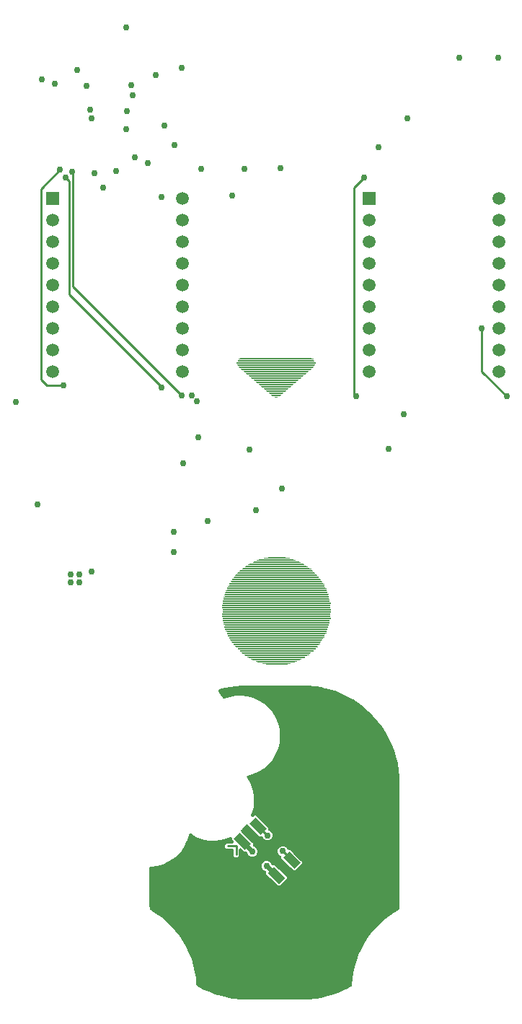
<source format=gbr>
G04 EAGLE Gerber X2 export*
%TF.Part,Single*%
%TF.FileFunction,Copper,L1,Top,Mixed*%
%TF.FilePolarity,Positive*%
%TF.GenerationSoftware,Autodesk,EAGLE,9.1.3*%
%TF.CreationDate,2018-09-17T05:52:35Z*%
G75*
%MOMM*%
%FSLAX34Y34*%
%LPD*%
%AMOC8*
5,1,8,0,0,1.08239X$1,22.5*%
G01*
%ADD10R,1.607819X0.084838*%
%ADD11R,2.623819X0.084581*%
%ADD12R,3.302000X0.084581*%
%ADD13R,3.893819X0.084838*%
%ADD14R,4.401819X0.084581*%
%ADD15R,4.826000X0.084581*%
%ADD16R,5.163819X0.084838*%
%ADD17R,5.588000X0.084581*%
%ADD18R,5.925819X0.084581*%
%ADD19R,6.179819X0.084838*%
%ADD20R,6.520181X0.084581*%
%ADD21R,6.774181X0.084581*%
%ADD22R,7.028181X0.084838*%
%ADD23R,7.282181X0.084581*%
%ADD24R,7.536181X0.084581*%
%ADD25R,7.703819X0.084838*%
%ADD26R,7.957819X0.084581*%
%ADD27R,8.128000X0.084581*%
%ADD28R,8.382000X0.084838*%
%ADD29R,8.552181X0.084581*%
%ADD30R,8.719819X0.084581*%
%ADD31R,8.890000X0.084838*%
%ADD32R,9.060181X0.084581*%
%ADD33R,9.227819X0.084581*%
%ADD34R,9.398000X0.084838*%
%ADD35R,9.568181X0.084581*%
%ADD36R,9.652000X0.084581*%
%ADD37R,9.822181X0.084838*%
%ADD38R,9.989819X0.084581*%
%ADD39R,10.076181X0.084581*%
%ADD40R,10.243819X0.084838*%
%ADD41R,10.330181X0.084581*%
%ADD42R,10.497819X0.084581*%
%ADD43R,10.584181X0.084838*%
%ADD44R,10.668000X0.084581*%
%ADD45R,10.838181X0.084581*%
%ADD46R,10.922000X0.084838*%
%ADD47R,11.005819X0.084581*%
%ADD48R,11.092181X0.084581*%
%ADD49R,11.176000X0.084838*%
%ADD50R,11.346181X0.084581*%
%ADD51R,11.513819X0.084838*%
%ADD52R,11.513819X0.084581*%
%ADD53R,11.600181X0.084581*%
%ADD54R,11.684000X0.084838*%
%ADD55R,11.767819X0.084581*%
%ADD56R,11.854181X0.084581*%
%ADD57R,11.938000X0.084838*%
%ADD58R,12.021819X0.084581*%
%ADD59R,12.108181X0.084838*%
%ADD60R,12.192000X0.084581*%
%ADD61R,12.275819X0.084838*%
%ADD62R,12.275819X0.084581*%
%ADD63R,12.362181X0.084581*%
%ADD64R,12.362181X0.084838*%
%ADD65R,12.446000X0.084581*%
%ADD66R,12.529819X0.084838*%
%ADD67R,12.529819X0.084581*%
%ADD68R,12.616181X0.084838*%
%ADD69R,12.616181X0.084581*%
%ADD70R,12.700000X0.084838*%
%ADD71R,12.700000X0.084581*%
%ADD72R,12.783819X0.084838*%
%ADD73R,12.783819X0.084581*%
%ADD74R,12.192000X0.084838*%
%ADD75R,12.108181X0.084581*%
%ADD76R,12.021819X0.084838*%
%ADD77R,11.938000X0.084581*%
%ADD78R,11.854181X0.084838*%
%ADD79R,11.430000X0.084838*%
%ADD80R,11.259819X0.084581*%
%ADD81R,10.838181X0.084838*%
%ADD82R,10.751819X0.084581*%
%ADD83R,10.497819X0.084838*%
%ADD84R,10.414000X0.084581*%
%ADD85R,10.160000X0.084838*%
%ADD86R,9.906000X0.084581*%
%ADD87R,9.735819X0.084838*%
%ADD88R,9.481819X0.084581*%
%ADD89R,9.314181X0.084838*%
%ADD90R,9.144000X0.084581*%
%ADD91R,8.973819X0.084581*%
%ADD92R,8.806181X0.084838*%
%ADD93R,8.636000X0.084581*%
%ADD94R,8.465819X0.084581*%
%ADD95R,8.298181X0.084838*%
%ADD96R,8.044181X0.084581*%
%ADD97R,7.790181X0.084581*%
%ADD98R,7.620000X0.084838*%
%ADD99R,7.366000X0.084581*%
%ADD100R,7.112000X0.084581*%
%ADD101R,6.858000X0.084838*%
%ADD102R,6.604000X0.084581*%
%ADD103R,6.350000X0.084581*%
%ADD104R,6.012181X0.084838*%
%ADD105R,5.671819X0.084581*%
%ADD106R,5.334000X0.084581*%
%ADD107R,4.996181X0.084838*%
%ADD108R,4.572000X0.084581*%
%ADD109R,4.064000X0.084581*%
%ADD110R,3.556000X0.084838*%
%ADD111R,2.964181X0.084581*%
%ADD112R,2.115819X0.084581*%
%ADD113R,0.678181X0.084838*%
%ADD114R,0.421637X0.084581*%
%ADD115R,1.016000X0.084581*%
%ADD116R,1.186181X0.084581*%
%ADD117R,1.353819X0.084838*%
%ADD118R,1.524000X0.084581*%
%ADD119R,1.694181X0.084581*%
%ADD120R,1.861819X0.084838*%
%ADD121R,2.202181X0.084581*%
%ADD122R,2.369819X0.084581*%
%ADD123R,2.540000X0.084838*%
%ADD124R,2.710181X0.084581*%
%ADD125R,2.877819X0.084581*%
%ADD126R,3.048000X0.084838*%
%ADD127R,3.385819X0.084581*%
%ADD128R,3.556000X0.084581*%
%ADD129R,3.726181X0.084838*%
%ADD130R,3.893819X0.084581*%
%ADD131R,4.318000X0.084838*%
%ADD132R,4.742181X0.084581*%
%ADD133R,4.909819X0.084838*%
%ADD134R,5.080000X0.084581*%
%ADD135R,5.250181X0.084581*%
%ADD136R,5.588000X0.084838*%
%ADD137R,5.758181X0.084581*%
%ADD138R,6.096000X0.084838*%
%ADD139R,6.266181X0.084581*%
%ADD140R,6.433819X0.084581*%
%ADD141R,6.774181X0.084838*%
%ADD142R,6.941819X0.084581*%
%ADD143R,7.282181X0.084838*%
%ADD144R,7.449819X0.084581*%
%ADD145R,7.620000X0.084581*%
%ADD146R,7.957819X0.084838*%
%ADD147R,8.298181X0.084581*%
%ADD148R,8.465819X0.084838*%
%ADD149R,8.806181X0.084581*%
%ADD150R,8.973819X0.084838*%
%ADD151R,9.057638X0.084581*%
%ADD152R,9.144000X0.084838*%
%ADD153R,9.230363X0.084581*%
%ADD154R,9.057638X0.084838*%
%ADD155R,8.890000X0.084581*%
%ADD156R,8.722363X0.084581*%
%ADD157R,8.382000X0.084581*%
%ADD158R,1.508000X1.508000*%
%ADD159C,1.508000*%
%ADD160R,1.850000X1.000000*%
%ADD161C,0.756400*%
%ADD162C,0.508000*%
%ADD163C,0.254000*%

G36*
X410155Y36399D02*
X410155Y36399D01*
X410191Y36397D01*
X417650Y36643D01*
X417689Y36648D01*
X417765Y36650D01*
X425193Y37389D01*
X425232Y37397D01*
X425308Y37405D01*
X432667Y38637D01*
X432705Y38647D01*
X432781Y38660D01*
X440044Y40383D01*
X440082Y40396D01*
X440157Y40413D01*
X447284Y42618D01*
X447321Y42634D01*
X447395Y42656D01*
X454363Y45333D01*
X454398Y45351D01*
X454470Y45379D01*
X461243Y48513D01*
X461277Y48534D01*
X461346Y48565D01*
X467895Y52142D01*
X468044Y52245D01*
X468194Y52348D01*
X468198Y52352D01*
X468202Y52355D01*
X468325Y52487D01*
X468450Y52620D01*
X468453Y52624D01*
X468456Y52628D01*
X468548Y52783D01*
X468642Y52940D01*
X468644Y52944D01*
X468646Y52949D01*
X468703Y53119D01*
X468762Y53293D01*
X468763Y53299D01*
X468764Y53303D01*
X468766Y53319D01*
X468799Y53540D01*
X469360Y60808D01*
X470405Y67964D01*
X471937Y75032D01*
X473949Y81975D01*
X476433Y88765D01*
X479375Y95367D01*
X482760Y101753D01*
X486573Y107895D01*
X490797Y113767D01*
X495407Y119339D01*
X500384Y124588D01*
X505703Y129487D01*
X511339Y134015D01*
X517269Y138152D01*
X523517Y141907D01*
X523657Y142012D01*
X523798Y142117D01*
X523806Y142125D01*
X523815Y142132D01*
X523928Y142264D01*
X524045Y142397D01*
X524050Y142407D01*
X524057Y142415D01*
X524141Y142570D01*
X524226Y142723D01*
X524229Y142734D01*
X524234Y142744D01*
X524283Y142912D01*
X524334Y143080D01*
X524335Y143094D01*
X524338Y143102D01*
X524340Y143132D01*
X524362Y143328D01*
X524684Y150869D01*
X524683Y150897D01*
X524686Y150944D01*
X524686Y290548D01*
X524684Y290570D01*
X524685Y290607D01*
X524428Y298306D01*
X524422Y298346D01*
X524420Y298423D01*
X523644Y306089D01*
X523636Y306128D01*
X523628Y306207D01*
X522332Y313805D01*
X522321Y313844D01*
X522308Y313922D01*
X520495Y321413D01*
X520481Y321451D01*
X520463Y321529D01*
X518140Y328875D01*
X518124Y328912D01*
X518100Y328988D01*
X515277Y336160D01*
X515258Y336196D01*
X515229Y336270D01*
X511920Y343229D01*
X511899Y343264D01*
X511865Y343335D01*
X508087Y350051D01*
X508064Y350084D01*
X508025Y350153D01*
X503797Y356594D01*
X503772Y356625D01*
X503728Y356691D01*
X499071Y362828D01*
X499044Y362857D01*
X498996Y362920D01*
X493933Y368725D01*
X493903Y368753D01*
X493851Y368812D01*
X493388Y369275D01*
X488401Y374262D01*
X488370Y374287D01*
X488314Y374343D01*
X482508Y379408D01*
X482475Y379431D01*
X482416Y379483D01*
X476279Y384139D01*
X476244Y384160D01*
X476182Y384208D01*
X469740Y388436D01*
X469704Y388454D01*
X469638Y388498D01*
X462920Y392277D01*
X462883Y392293D01*
X462814Y392332D01*
X455853Y395641D01*
X455815Y395654D01*
X455743Y395688D01*
X448571Y398511D01*
X448532Y398522D01*
X448458Y398551D01*
X441110Y400874D01*
X441071Y400882D01*
X440995Y400906D01*
X433505Y402719D01*
X433465Y402724D01*
X433388Y402743D01*
X425792Y404038D01*
X425752Y404041D01*
X425674Y404054D01*
X418010Y404829D01*
X417970Y404829D01*
X417893Y404837D01*
X410192Y405095D01*
X410170Y405093D01*
X410133Y405096D01*
X345335Y405096D01*
X345316Y405094D01*
X345285Y405095D01*
X338770Y404909D01*
X338735Y404904D01*
X338670Y404903D01*
X332176Y404343D01*
X332141Y404337D01*
X332076Y404332D01*
X325627Y403399D01*
X325592Y403390D01*
X325528Y403382D01*
X319141Y402078D01*
X319107Y402068D01*
X319043Y402055D01*
X312744Y400387D01*
X312704Y400372D01*
X312662Y400363D01*
X312530Y400305D01*
X312395Y400254D01*
X312360Y400230D01*
X312321Y400213D01*
X312204Y400128D01*
X312083Y400049D01*
X312054Y400019D01*
X312019Y399994D01*
X311923Y399886D01*
X311822Y399783D01*
X311799Y399747D01*
X311771Y399715D01*
X311700Y399589D01*
X311623Y399467D01*
X311609Y399427D01*
X311588Y399390D01*
X311545Y399252D01*
X311496Y399116D01*
X311490Y399074D01*
X311477Y399033D01*
X311465Y398889D01*
X311446Y398746D01*
X311449Y398704D01*
X311446Y398662D01*
X311464Y398518D01*
X311476Y398375D01*
X311488Y398334D01*
X311494Y398291D01*
X311542Y398156D01*
X311584Y398017D01*
X311605Y397980D01*
X311619Y397940D01*
X311744Y397724D01*
X314216Y394057D01*
X316519Y390276D01*
X316586Y390189D01*
X316645Y390097D01*
X316699Y390042D01*
X316747Y389980D01*
X316830Y389909D01*
X316907Y389832D01*
X316972Y389789D01*
X317031Y389739D01*
X317128Y389688D01*
X317220Y389628D01*
X317292Y389601D01*
X317361Y389564D01*
X317467Y389534D01*
X317569Y389496D01*
X317646Y389484D01*
X317720Y389463D01*
X317830Y389457D01*
X317938Y389440D01*
X318015Y389446D01*
X318093Y389441D01*
X318201Y389458D01*
X318310Y389465D01*
X318415Y389491D01*
X318461Y389498D01*
X318493Y389510D01*
X318552Y389525D01*
X325288Y391726D01*
X332149Y392896D01*
X339103Y393048D01*
X346007Y392181D01*
X352710Y390316D01*
X359069Y387491D01*
X364946Y383765D01*
X370211Y379221D01*
X375055Y373560D01*
X378950Y367214D01*
X381796Y360336D01*
X383528Y353094D01*
X384109Y345667D01*
X383528Y338242D01*
X381796Y330998D01*
X378950Y324121D01*
X375055Y317776D01*
X370212Y312115D01*
X365053Y307671D01*
X359304Y304008D01*
X353093Y301208D01*
X346423Y299291D01*
X346288Y299236D01*
X346151Y299188D01*
X346116Y299166D01*
X346077Y299150D01*
X345957Y299068D01*
X345834Y298991D01*
X345804Y298963D01*
X345770Y298939D01*
X345670Y298833D01*
X345565Y298732D01*
X345542Y298698D01*
X345514Y298667D01*
X345439Y298543D01*
X345358Y298422D01*
X345343Y298383D01*
X345322Y298348D01*
X345275Y298210D01*
X345222Y298075D01*
X345215Y298034D01*
X345202Y297994D01*
X345185Y297850D01*
X345162Y297706D01*
X345164Y297665D01*
X345160Y297624D01*
X345174Y297479D01*
X345182Y297334D01*
X345193Y297294D01*
X345197Y297252D01*
X345242Y297114D01*
X345281Y296974D01*
X345304Y296926D01*
X345313Y296898D01*
X345337Y296857D01*
X345389Y296749D01*
X349054Y290320D01*
X351644Y283534D01*
X353164Y276432D01*
X353582Y269178D01*
X352890Y261946D01*
X351105Y254902D01*
X350279Y252956D01*
X350268Y252918D01*
X350250Y252884D01*
X350214Y252740D01*
X350171Y252599D01*
X350167Y252560D01*
X350158Y252522D01*
X350153Y252374D01*
X350141Y252227D01*
X350146Y252188D01*
X350144Y252149D01*
X350171Y252004D01*
X350190Y251857D01*
X350204Y251820D01*
X350211Y251782D01*
X350267Y251646D01*
X350318Y251506D01*
X350339Y251473D01*
X350354Y251437D01*
X350438Y251316D01*
X350517Y251190D01*
X350544Y251163D01*
X350566Y251131D01*
X350674Y251030D01*
X350778Y250924D01*
X350811Y250903D01*
X350839Y250876D01*
X350967Y250801D01*
X351090Y250720D01*
X351127Y250706D01*
X351160Y250686D01*
X351301Y250639D01*
X351439Y250586D01*
X351477Y250580D01*
X351514Y250568D01*
X351661Y250552D01*
X351808Y250530D01*
X351846Y250532D01*
X351885Y250528D01*
X352033Y250544D01*
X352180Y250553D01*
X352218Y250564D01*
X352256Y250568D01*
X352397Y250615D01*
X352539Y250655D01*
X352573Y250673D01*
X352610Y250686D01*
X352738Y250761D01*
X352868Y250831D01*
X352898Y250856D01*
X352931Y250876D01*
X353120Y251039D01*
X354193Y252113D01*
X355877Y252113D01*
X356386Y251604D01*
X358132Y249859D01*
X359877Y248113D01*
X361623Y246368D01*
X363368Y244622D01*
X365114Y242877D01*
X366859Y241131D01*
X368605Y239386D01*
X370150Y237841D01*
X370150Y236223D01*
X370166Y236068D01*
X370177Y235913D01*
X370186Y235883D01*
X370190Y235852D01*
X370239Y235704D01*
X370282Y235555D01*
X370297Y235528D01*
X370307Y235498D01*
X370387Y235364D01*
X370461Y235228D01*
X370482Y235204D01*
X370498Y235177D01*
X370604Y235063D01*
X370706Y234945D01*
X370731Y234927D01*
X370752Y234904D01*
X370880Y234815D01*
X371004Y234722D01*
X371039Y234704D01*
X371059Y234691D01*
X371102Y234673D01*
X371227Y234610D01*
X372610Y234038D01*
X374243Y232404D01*
X374244Y232404D01*
X374246Y232402D01*
X375131Y230265D01*
X375131Y227951D01*
X374246Y225814D01*
X372610Y224178D01*
X370473Y223293D01*
X368159Y223293D01*
X366022Y224178D01*
X365802Y224399D01*
X364387Y225814D01*
X363971Y226817D01*
X363897Y226954D01*
X363827Y227093D01*
X363807Y227117D01*
X363792Y227145D01*
X363690Y227262D01*
X363593Y227384D01*
X363568Y227403D01*
X363548Y227427D01*
X363423Y227520D01*
X363302Y227618D01*
X363274Y227632D01*
X363249Y227651D01*
X363108Y227715D01*
X362969Y227785D01*
X362938Y227793D01*
X362910Y227806D01*
X362758Y227839D01*
X362607Y227877D01*
X362568Y227880D01*
X362545Y227885D01*
X362498Y227885D01*
X362358Y227895D01*
X360204Y227895D01*
X358464Y229635D01*
X358463Y229635D01*
X356718Y231381D01*
X354973Y233126D01*
X354972Y233126D01*
X346516Y241583D01*
X346513Y241585D01*
X346510Y241589D01*
X346369Y241701D01*
X346226Y241817D01*
X346222Y241819D01*
X346218Y241821D01*
X346058Y241901D01*
X345892Y241984D01*
X345888Y241985D01*
X345884Y241987D01*
X345707Y242031D01*
X345530Y242076D01*
X345526Y242076D01*
X345522Y242077D01*
X345339Y242083D01*
X345158Y242089D01*
X345153Y242089D01*
X345149Y242089D01*
X344968Y242055D01*
X344790Y242023D01*
X344786Y242021D01*
X344782Y242021D01*
X344614Y241950D01*
X344446Y241880D01*
X344442Y241878D01*
X344438Y241876D01*
X344290Y241772D01*
X344139Y241668D01*
X344136Y241664D01*
X344132Y241662D01*
X343957Y241485D01*
X339707Y236529D01*
X338895Y235833D01*
X338892Y235829D01*
X338888Y235826D01*
X338765Y235695D01*
X338639Y235561D01*
X338637Y235557D01*
X338633Y235553D01*
X338539Y235395D01*
X338447Y235241D01*
X338445Y235237D01*
X338443Y235233D01*
X338385Y235058D01*
X338327Y234888D01*
X338327Y234883D01*
X338325Y234878D01*
X338306Y234697D01*
X338285Y234517D01*
X338286Y234512D01*
X338285Y234507D01*
X338305Y234326D01*
X338323Y234146D01*
X338325Y234141D01*
X338325Y234136D01*
X338383Y233963D01*
X338439Y233791D01*
X338441Y233787D01*
X338443Y233782D01*
X338536Y233625D01*
X338627Y233469D01*
X338631Y233466D01*
X338633Y233461D01*
X338796Y233273D01*
X339666Y232404D01*
X341411Y230658D01*
X343157Y228913D01*
X344902Y227167D01*
X346648Y225422D01*
X348393Y223676D01*
X350139Y221931D01*
X351884Y220185D01*
X352189Y219880D01*
X352189Y217903D01*
X352158Y217820D01*
X352145Y217727D01*
X352122Y217637D01*
X352118Y217543D01*
X352105Y217451D01*
X352112Y217357D01*
X352108Y217264D01*
X352125Y217172D01*
X352132Y217078D01*
X352158Y216988D01*
X352175Y216896D01*
X352210Y216810D01*
X352237Y216720D01*
X352282Y216638D01*
X352317Y216552D01*
X352371Y216475D01*
X352415Y216393D01*
X352477Y216322D01*
X352530Y216245D01*
X352599Y216181D01*
X352660Y216111D01*
X352735Y216055D01*
X352803Y215991D01*
X352884Y215943D01*
X352958Y215887D01*
X353084Y215824D01*
X353124Y215800D01*
X353146Y215793D01*
X353181Y215775D01*
X355084Y214987D01*
X355122Y214949D01*
X355123Y214949D01*
X356720Y213352D01*
X357605Y211215D01*
X357605Y208901D01*
X356720Y206764D01*
X355084Y205128D01*
X352947Y204243D01*
X350633Y204243D01*
X348496Y205128D01*
X348426Y205198D01*
X346860Y206764D01*
X345994Y208857D01*
X345919Y208993D01*
X345850Y209132D01*
X345830Y209157D01*
X345815Y209184D01*
X345713Y209302D01*
X345615Y209423D01*
X345591Y209443D01*
X345571Y209466D01*
X345446Y209560D01*
X345325Y209657D01*
X345297Y209671D01*
X345272Y209690D01*
X345130Y209755D01*
X344991Y209824D01*
X344961Y209832D01*
X344932Y209845D01*
X344780Y209878D01*
X344630Y209917D01*
X344591Y209919D01*
X344568Y209924D01*
X344521Y209924D01*
X344381Y209934D01*
X342243Y209934D01*
X341743Y210435D01*
X338735Y213443D01*
X338687Y213482D01*
X338644Y213527D01*
X338542Y213598D01*
X338445Y213677D01*
X338389Y213705D01*
X338338Y213740D01*
X338223Y213788D01*
X338111Y213844D01*
X338050Y213859D01*
X337993Y213883D01*
X337870Y213905D01*
X337749Y213936D01*
X337687Y213938D01*
X337626Y213949D01*
X337501Y213945D01*
X337377Y213949D01*
X337315Y213938D01*
X337253Y213936D01*
X337132Y213905D01*
X337009Y213883D01*
X336952Y213859D01*
X336891Y213844D01*
X336780Y213788D01*
X336665Y213740D01*
X336613Y213705D01*
X336557Y213677D01*
X336460Y213599D01*
X336358Y213528D01*
X336316Y213482D01*
X336267Y213443D01*
X336189Y213346D01*
X336104Y213255D01*
X336072Y213201D01*
X336033Y213152D01*
X335977Y213041D01*
X335913Y212934D01*
X335893Y212874D01*
X335866Y212819D01*
X335835Y212698D01*
X335795Y212580D01*
X335789Y212518D01*
X335773Y212457D01*
X335756Y212209D01*
X335755Y212209D01*
X335755Y205303D01*
X333970Y203517D01*
X331444Y203517D01*
X329763Y205198D01*
X329658Y205303D01*
X329658Y211931D01*
X329645Y212055D01*
X329640Y212179D01*
X329625Y212240D01*
X329618Y212302D01*
X329579Y212420D01*
X329548Y212541D01*
X329520Y212597D01*
X329500Y212656D01*
X329437Y212763D01*
X329381Y212874D01*
X329342Y212923D01*
X329310Y212977D01*
X329225Y213068D01*
X329147Y213165D01*
X329098Y213204D01*
X329056Y213250D01*
X328953Y213321D01*
X328856Y213399D01*
X328801Y213427D01*
X328749Y213463D01*
X328634Y213510D01*
X328523Y213566D01*
X328462Y213582D01*
X328404Y213606D01*
X328282Y213628D01*
X328161Y213658D01*
X328078Y213664D01*
X328037Y213672D01*
X327996Y213670D01*
X327912Y213676D01*
X321285Y213676D01*
X321035Y213926D01*
X319499Y215462D01*
X319499Y217988D01*
X321285Y219774D01*
X328190Y219774D01*
X328252Y219780D01*
X328315Y219778D01*
X328437Y219800D01*
X328561Y219814D01*
X328620Y219833D01*
X328682Y219844D01*
X328797Y219892D01*
X328915Y219931D01*
X328969Y219963D01*
X329027Y219987D01*
X329129Y220058D01*
X329236Y220122D01*
X329282Y220164D01*
X329333Y220200D01*
X329418Y220291D01*
X329509Y220376D01*
X329545Y220427D01*
X329587Y220473D01*
X329651Y220580D01*
X329722Y220683D01*
X329746Y220740D01*
X329778Y220794D01*
X329817Y220912D01*
X329865Y221027D01*
X329876Y221089D01*
X329896Y221148D01*
X329909Y221272D01*
X329931Y221395D01*
X329929Y221457D01*
X329936Y221519D01*
X329922Y221643D01*
X329918Y221767D01*
X329902Y221828D01*
X329896Y221890D01*
X329856Y222008D01*
X329826Y222129D01*
X329798Y222185D01*
X329778Y222244D01*
X329714Y222351D01*
X329659Y222463D01*
X329619Y222511D01*
X329588Y222565D01*
X329425Y222752D01*
X329425Y222753D01*
X329424Y222753D01*
X327971Y224207D01*
X327971Y225316D01*
X327960Y225416D01*
X327960Y225517D01*
X327941Y225601D01*
X327931Y225687D01*
X327899Y225783D01*
X327877Y225881D01*
X327841Y225959D01*
X327813Y226041D01*
X327762Y226128D01*
X327720Y226219D01*
X327667Y226288D01*
X327623Y226362D01*
X327555Y226436D01*
X327494Y226516D01*
X327428Y226572D01*
X327369Y226635D01*
X327286Y226693D01*
X327210Y226758D01*
X327133Y226799D01*
X327062Y226848D01*
X326969Y226887D01*
X326881Y226934D01*
X326798Y226958D01*
X326718Y226991D01*
X326619Y227009D01*
X326522Y227036D01*
X326436Y227042D01*
X326350Y227057D01*
X326250Y227054D01*
X326150Y227060D01*
X326064Y227047D01*
X325977Y227044D01*
X325880Y227019D01*
X325781Y227004D01*
X325662Y226964D01*
X325616Y226952D01*
X325591Y226939D01*
X325545Y226923D01*
X321306Y225128D01*
X314254Y223347D01*
X307013Y222663D01*
X299751Y223090D01*
X292640Y224622D01*
X285850Y227227D01*
X279423Y230907D01*
X279292Y230964D01*
X279163Y231029D01*
X279121Y231039D01*
X279081Y231056D01*
X278941Y231085D01*
X278801Y231120D01*
X278758Y231122D01*
X278715Y231130D01*
X278572Y231128D01*
X278428Y231133D01*
X278386Y231125D01*
X278342Y231124D01*
X278202Y231092D01*
X278061Y231066D01*
X278021Y231049D01*
X277979Y231039D01*
X277849Y230977D01*
X277716Y230922D01*
X277681Y230898D01*
X277642Y230879D01*
X277528Y230791D01*
X277410Y230709D01*
X277381Y230677D01*
X277347Y230651D01*
X277254Y230541D01*
X277157Y230435D01*
X277135Y230398D01*
X277107Y230365D01*
X277040Y230238D01*
X276967Y230114D01*
X276948Y230063D01*
X276933Y230035D01*
X276920Y229989D01*
X276880Y229880D01*
X275066Y223657D01*
X274944Y223236D01*
X272130Y217050D01*
X268463Y211332D01*
X264019Y206198D01*
X258672Y201608D01*
X252707Y197862D01*
X246255Y195042D01*
X239456Y193206D01*
X232327Y192383D01*
X232303Y192377D01*
X232279Y192377D01*
X232122Y192336D01*
X231963Y192301D01*
X231941Y192290D01*
X231918Y192284D01*
X231772Y192212D01*
X231625Y192143D01*
X231606Y192128D01*
X231584Y192117D01*
X231457Y192015D01*
X231328Y191917D01*
X231312Y191898D01*
X231293Y191883D01*
X231191Y191756D01*
X231086Y191633D01*
X231074Y191612D01*
X231059Y191593D01*
X230986Y191447D01*
X230910Y191304D01*
X230903Y191281D01*
X230892Y191259D01*
X230852Y191102D01*
X230807Y190945D01*
X230806Y190921D01*
X230800Y190897D01*
X230782Y190649D01*
X230782Y150944D01*
X230783Y150929D01*
X230782Y150906D01*
X230869Y146906D01*
X230871Y146883D01*
X230871Y146845D01*
X231097Y142849D01*
X231122Y142696D01*
X231141Y142543D01*
X231152Y142513D01*
X231158Y142481D01*
X231215Y142337D01*
X231266Y142192D01*
X231283Y142164D01*
X231295Y142134D01*
X231381Y142006D01*
X231463Y141874D01*
X231485Y141851D01*
X231503Y141824D01*
X231615Y141717D01*
X231722Y141606D01*
X231755Y141583D01*
X231773Y141566D01*
X231813Y141541D01*
X231925Y141461D01*
X238503Y137413D01*
X244724Y132940D01*
X250608Y128033D01*
X256128Y122716D01*
X261252Y117020D01*
X265953Y110974D01*
X270210Y104603D01*
X273996Y97945D01*
X277292Y91030D01*
X280078Y83893D01*
X282337Y76574D01*
X284058Y69112D01*
X285234Y61539D01*
X285866Y53843D01*
X285899Y53672D01*
X285929Y53501D01*
X285934Y53489D01*
X285936Y53477D01*
X286004Y53317D01*
X286071Y53156D01*
X286078Y53145D01*
X286083Y53133D01*
X286184Y52992D01*
X286282Y52848D01*
X286291Y52840D01*
X286299Y52829D01*
X286428Y52711D01*
X286554Y52593D01*
X286567Y52584D01*
X286575Y52578D01*
X286603Y52561D01*
X286763Y52457D01*
X293395Y48802D01*
X293432Y48787D01*
X293500Y48749D01*
X300365Y45547D01*
X300403Y45534D01*
X300473Y45501D01*
X307534Y42771D01*
X307573Y42760D01*
X307646Y42732D01*
X314879Y40484D01*
X314918Y40476D01*
X314993Y40452D01*
X322361Y38698D01*
X322401Y38693D01*
X322476Y38674D01*
X329945Y37420D01*
X329985Y37418D01*
X330061Y37405D01*
X337594Y36654D01*
X337633Y36654D01*
X337709Y36647D01*
X345277Y36397D01*
X345299Y36399D01*
X345335Y36396D01*
X410133Y36396D01*
X410155Y36399D01*
G37*
%LPC*%
G36*
X382195Y169983D02*
X382195Y169983D01*
X381890Y170288D01*
X381889Y170288D01*
X380144Y172034D01*
X378399Y173779D01*
X378398Y173779D01*
X376653Y175525D01*
X374908Y177270D01*
X374907Y177270D01*
X373162Y179016D01*
X371417Y180761D01*
X371416Y180761D01*
X369671Y182507D01*
X367926Y184252D01*
X367925Y184252D01*
X367923Y184255D01*
X367923Y185736D01*
X367906Y185891D01*
X367895Y186046D01*
X367886Y186076D01*
X367883Y186107D01*
X367834Y186255D01*
X367790Y186404D01*
X367775Y186431D01*
X367765Y186461D01*
X367686Y186595D01*
X367611Y186731D01*
X367591Y186755D01*
X367575Y186782D01*
X367469Y186896D01*
X367367Y187013D01*
X367342Y187032D01*
X367320Y187055D01*
X367193Y187144D01*
X367068Y187237D01*
X367033Y187255D01*
X367014Y187268D01*
X366970Y187286D01*
X366845Y187349D01*
X365006Y188110D01*
X363628Y189489D01*
X363370Y189746D01*
X362485Y191883D01*
X362485Y194197D01*
X363370Y196334D01*
X365006Y197970D01*
X367143Y198855D01*
X369457Y198855D01*
X371594Y197970D01*
X372069Y197494D01*
X372070Y197494D01*
X373230Y196334D01*
X373720Y195150D01*
X373765Y195067D01*
X373801Y194981D01*
X373854Y194904D01*
X373899Y194822D01*
X373960Y194751D01*
X374014Y194674D01*
X374082Y194611D01*
X374143Y194540D01*
X374218Y194484D01*
X374287Y194420D01*
X374367Y194372D01*
X374442Y194316D01*
X374527Y194278D01*
X374608Y194230D01*
X374696Y194200D01*
X374781Y194161D01*
X374873Y194141D01*
X374962Y194112D01*
X375054Y194102D01*
X375146Y194082D01*
X375240Y194082D01*
X375333Y194072D01*
X375426Y194082D01*
X375519Y194082D01*
X375610Y194102D01*
X375704Y194112D01*
X375792Y194141D01*
X375884Y194161D01*
X375969Y194200D01*
X375971Y194201D01*
X377869Y194201D01*
X378067Y194003D01*
X379812Y192257D01*
X381558Y190512D01*
X383303Y188766D01*
X385049Y187021D01*
X386794Y185275D01*
X388540Y183530D01*
X390285Y181784D01*
X392031Y180039D01*
X392141Y179929D01*
X392141Y178245D01*
X383879Y169983D01*
X382195Y169983D01*
G37*
%LPD*%
%LPC*%
G36*
X400155Y187943D02*
X400155Y187943D01*
X398610Y189489D01*
X396865Y191234D01*
X396864Y191234D01*
X395119Y192980D01*
X393374Y194725D01*
X393373Y194725D01*
X391628Y196471D01*
X389883Y198216D01*
X389882Y198216D01*
X388137Y199962D01*
X386392Y201707D01*
X386391Y201707D01*
X385883Y202216D01*
X385883Y203713D01*
X385867Y203868D01*
X385856Y204023D01*
X385847Y204053D01*
X385843Y204084D01*
X385794Y204232D01*
X385750Y204381D01*
X385735Y204409D01*
X385725Y204439D01*
X385646Y204572D01*
X385572Y204709D01*
X385551Y204732D01*
X385535Y204759D01*
X385429Y204873D01*
X385327Y204991D01*
X385302Y205010D01*
X385281Y205033D01*
X385153Y205121D01*
X385029Y205214D01*
X384994Y205232D01*
X384974Y205245D01*
X384931Y205263D01*
X384806Y205326D01*
X384056Y205637D01*
X382749Y206944D01*
X382420Y207272D01*
X381535Y209409D01*
X381535Y211723D01*
X382420Y213860D01*
X384056Y215496D01*
X386193Y216381D01*
X388507Y216381D01*
X390644Y215496D01*
X391190Y214949D01*
X391191Y214949D01*
X392280Y213860D01*
X392537Y213239D01*
X392611Y213103D01*
X392681Y212963D01*
X392700Y212939D01*
X392715Y212911D01*
X392817Y212794D01*
X392915Y212673D01*
X392939Y212653D01*
X392960Y212629D01*
X393085Y212536D01*
X393205Y212439D01*
X393233Y212425D01*
X393259Y212406D01*
X393400Y212341D01*
X393539Y212272D01*
X393569Y212264D01*
X393598Y212251D01*
X393750Y212218D01*
X393901Y212179D01*
X393940Y212176D01*
X393963Y212171D01*
X394010Y212171D01*
X394149Y212161D01*
X395829Y212161D01*
X396533Y211458D01*
X398278Y209712D01*
X400024Y207967D01*
X401769Y206221D01*
X403515Y204476D01*
X405260Y202730D01*
X407006Y200985D01*
X408751Y199239D01*
X410101Y197889D01*
X410101Y196205D01*
X401839Y187943D01*
X400155Y187943D01*
G37*
%LPD*%
D10*
X380157Y428413D03*
D11*
X380157Y429261D03*
D12*
X380145Y430106D03*
D13*
X379726Y430953D03*
D14*
X379726Y431801D03*
D15*
X380145Y432646D03*
D16*
X380157Y433493D03*
D17*
X379738Y434341D03*
D18*
X379726Y435186D03*
D19*
X380157Y436033D03*
D20*
X380157Y436881D03*
D21*
X379726Y437726D03*
D22*
X380157Y438573D03*
D23*
X379726Y439421D03*
D24*
X380157Y440266D03*
D25*
X380157Y441113D03*
D26*
X379726Y441961D03*
D27*
X379738Y442806D03*
D28*
X380145Y443653D03*
D29*
X380157Y444501D03*
D30*
X380157Y445346D03*
D31*
X380145Y446193D03*
D32*
X380157Y447041D03*
D33*
X380157Y447886D03*
D34*
X380145Y448733D03*
D35*
X380157Y449581D03*
D36*
X379738Y450426D03*
D37*
X379726Y451273D03*
D38*
X379726Y452121D03*
D39*
X380157Y452966D03*
D40*
X380157Y453813D03*
D41*
X379726Y454661D03*
D42*
X379726Y455506D03*
D43*
X380157Y456353D03*
D44*
X379738Y457201D03*
D45*
X379726Y458046D03*
D46*
X380145Y458893D03*
D47*
X379726Y459741D03*
D48*
X380157Y460586D03*
D49*
X379738Y461433D03*
D50*
X379726Y462281D03*
X379726Y463126D03*
D51*
X379726Y463973D03*
D52*
X379726Y464821D03*
D53*
X380157Y465666D03*
D54*
X379738Y466513D03*
D55*
X380157Y467361D03*
D56*
X379726Y468206D03*
D57*
X380145Y469053D03*
D58*
X379726Y469901D03*
X379726Y470746D03*
D59*
X380157Y471593D03*
D60*
X379738Y472441D03*
X379738Y473286D03*
D61*
X380157Y474133D03*
D62*
X380157Y474981D03*
D63*
X379726Y475826D03*
D64*
X379726Y476673D03*
D65*
X380145Y477521D03*
X380145Y478366D03*
D66*
X379726Y479213D03*
D67*
X379726Y480061D03*
X379726Y480906D03*
D68*
X380157Y481753D03*
D69*
X380157Y482601D03*
X380157Y483446D03*
D70*
X379738Y484293D03*
D71*
X379738Y485141D03*
X379738Y485986D03*
D70*
X379738Y486833D03*
D71*
X379738Y487681D03*
X379738Y488526D03*
D72*
X380157Y489373D03*
D73*
X380157Y490221D03*
X380157Y491066D03*
D72*
X380157Y491913D03*
D73*
X380157Y492761D03*
X380157Y493606D03*
D70*
X379738Y494453D03*
D71*
X379738Y495301D03*
X379738Y496146D03*
D70*
X379738Y496993D03*
D71*
X379738Y497841D03*
X379738Y498686D03*
D70*
X379738Y499533D03*
D69*
X380157Y500381D03*
X380157Y501226D03*
D68*
X380157Y502073D03*
D67*
X379726Y502921D03*
X379726Y503766D03*
D66*
X379726Y504613D03*
D65*
X380145Y505461D03*
D63*
X379726Y506306D03*
D64*
X379726Y507153D03*
D63*
X379726Y508001D03*
D62*
X380157Y508846D03*
D74*
X379738Y509693D03*
D60*
X379738Y510541D03*
D75*
X380157Y511386D03*
D76*
X379726Y512233D03*
D58*
X379726Y513081D03*
D77*
X380145Y513926D03*
D78*
X379726Y514773D03*
D56*
X379726Y515621D03*
D55*
X380157Y516466D03*
D54*
X379738Y517313D03*
D53*
X380157Y518161D03*
D52*
X379726Y519006D03*
D79*
X380145Y519853D03*
D50*
X379726Y520701D03*
D80*
X380157Y521546D03*
D49*
X379738Y522393D03*
D48*
X380157Y523241D03*
D47*
X379726Y524086D03*
D81*
X379726Y524933D03*
D82*
X380157Y525781D03*
D44*
X379738Y526626D03*
D83*
X379726Y527473D03*
D84*
X380145Y528321D03*
D41*
X379726Y529166D03*
D85*
X379738Y530013D03*
D38*
X379726Y530861D03*
D86*
X380145Y531706D03*
D87*
X380157Y532553D03*
D36*
X379738Y533401D03*
D88*
X379726Y534246D03*
D89*
X379726Y535093D03*
D90*
X379738Y535941D03*
D91*
X379726Y536786D03*
D92*
X379726Y537633D03*
D93*
X379738Y538481D03*
D94*
X379726Y539326D03*
D95*
X379726Y540173D03*
D96*
X380157Y541021D03*
D97*
X379726Y541866D03*
D98*
X379738Y542713D03*
D99*
X380145Y543561D03*
D100*
X379738Y544406D03*
D101*
X380145Y545253D03*
D102*
X379738Y546101D03*
D103*
X380145Y546946D03*
D104*
X380157Y547793D03*
D105*
X380157Y548641D03*
D106*
X380145Y549486D03*
D107*
X380157Y550333D03*
D108*
X379738Y551181D03*
D109*
X379738Y552026D03*
D110*
X379738Y552873D03*
D111*
X380157Y553721D03*
D112*
X380157Y554566D03*
D113*
X379726Y555413D03*
D114*
X379307Y742526D03*
D113*
X379726Y743373D03*
D115*
X379738Y744221D03*
D116*
X379726Y745066D03*
D117*
X379726Y745913D03*
D118*
X379738Y746761D03*
D119*
X379726Y747606D03*
D120*
X379726Y748453D03*
D121*
X379726Y749301D03*
D122*
X379726Y750146D03*
D123*
X379738Y750993D03*
D124*
X379726Y751841D03*
D125*
X379726Y752686D03*
D126*
X379738Y753533D03*
D127*
X379726Y754381D03*
D128*
X379738Y755226D03*
D129*
X379726Y756073D03*
D130*
X379726Y756921D03*
D109*
X379738Y757766D03*
D131*
X379307Y758613D03*
D108*
X379738Y759461D03*
D132*
X379726Y760306D03*
D133*
X379726Y761153D03*
D134*
X379738Y762001D03*
D135*
X379726Y762846D03*
D136*
X379738Y763693D03*
D137*
X379726Y764541D03*
D18*
X379726Y765386D03*
D138*
X379738Y766233D03*
D139*
X379726Y767081D03*
D140*
X379726Y767926D03*
D141*
X379726Y768773D03*
D142*
X379726Y769621D03*
D100*
X379738Y770466D03*
D143*
X379726Y771313D03*
D144*
X379726Y772161D03*
D145*
X379738Y773006D03*
D146*
X379726Y773853D03*
D27*
X379738Y774701D03*
D147*
X379726Y775546D03*
D148*
X379726Y776393D03*
D93*
X379738Y777241D03*
D149*
X379726Y778086D03*
D150*
X379726Y778933D03*
D151*
X379307Y779781D03*
D90*
X379738Y780626D03*
D152*
X379738Y781473D03*
D153*
X379307Y782321D03*
X379307Y783166D03*
D154*
X379307Y784013D03*
D151*
X379307Y784861D03*
D155*
X379307Y785706D03*
D31*
X379307Y786553D03*
D156*
X379307Y787401D03*
D157*
X379307Y788246D03*
D158*
X116832Y976400D03*
D159*
X116832Y951000D03*
X116832Y925600D03*
X116832Y900200D03*
X116832Y874800D03*
X116832Y849400D03*
X116832Y824000D03*
X116832Y798600D03*
X116832Y773200D03*
X269232Y773200D03*
X269232Y798600D03*
X269232Y824000D03*
X269232Y849400D03*
X269232Y874800D03*
X269232Y900200D03*
X269232Y925600D03*
X269232Y951000D03*
X269232Y976400D03*
D158*
X488348Y975990D03*
D159*
X488348Y950590D03*
X488348Y925190D03*
X488348Y899790D03*
X488348Y874390D03*
X488348Y848990D03*
X488348Y823590D03*
X488348Y798190D03*
X488348Y772790D03*
X640748Y772790D03*
X640748Y798190D03*
X640748Y823590D03*
X640748Y848990D03*
X640748Y874390D03*
X640748Y899790D03*
X640748Y925190D03*
X640748Y950590D03*
X640748Y975990D03*
D160*
G36*
X377027Y192168D02*
X390108Y179087D01*
X383037Y172016D01*
X369956Y185097D01*
X377027Y192168D01*
G37*
G36*
X394987Y210128D02*
X408068Y197047D01*
X400997Y189976D01*
X387916Y203057D01*
X394987Y210128D01*
G37*
G36*
X337075Y232119D02*
X350156Y219038D01*
X343085Y211967D01*
X330004Y225048D01*
X337075Y232119D01*
G37*
G36*
X355036Y250080D02*
X368117Y236999D01*
X361046Y229928D01*
X347965Y243009D01*
X355036Y250080D01*
G37*
D161*
X259080Y561340D03*
X259080Y585470D03*
X162560Y538480D03*
X288290Y695960D03*
X99060Y617220D03*
X73660Y737870D03*
X104140Y1116330D03*
X119380Y1111250D03*
X191770Y1008380D03*
X260350Y1038860D03*
X291675Y1010920D03*
X594360Y1141730D03*
X386080Y636270D03*
X156464Y1108710D03*
X245110Y977900D03*
X384810Y1012190D03*
X210820Y1097280D03*
X368300Y193040D03*
D162*
X379248Y182092D01*
X380032Y182092D01*
D161*
X138430Y535178D03*
X148082Y535178D03*
X148082Y525526D03*
X138430Y525526D03*
X640334Y1141222D03*
X342221Y1010666D03*
X229108Y1017524D03*
X268478Y1129792D03*
X145542Y1126998D03*
X166370Y1005840D03*
X299466Y598170D03*
X355600Y610362D03*
X351790Y210058D03*
D162*
X340080Y221768D01*
X340080Y222043D01*
D161*
X203200Y1177290D03*
X529114Y722981D03*
X209550Y1108992D03*
X238506Y1120924D03*
X499872Y1036320D03*
X533908Y1070102D03*
D163*
X244856Y755026D02*
X244856Y754380D01*
X244856Y755026D02*
X136144Y863738D01*
D161*
X132080Y1001014D03*
D163*
X136144Y996950D01*
X136144Y863738D01*
D161*
X244856Y754380D03*
X161290Y1080770D03*
X280670Y745490D03*
X162560Y1070610D03*
X286820Y738070D03*
X268732Y745236D03*
D163*
X140716Y873252D01*
X140716Y1007364D02*
X140208Y1007872D01*
D161*
X140208Y1007872D03*
D163*
X140716Y1007364D02*
X140716Y873252D01*
D161*
X125730Y1009904D03*
D163*
X103124Y987298D02*
X103124Y764032D01*
X103124Y987298D02*
X125730Y1009904D01*
X103124Y764032D02*
X110236Y756920D01*
D161*
X129540Y756920D03*
D163*
X110236Y756920D01*
D161*
X650240Y744220D03*
D163*
X621030Y773430D01*
D161*
X621030Y824230D03*
D163*
X621030Y773430D01*
D161*
X387350Y210566D03*
D163*
X397864Y200052D01*
X397992Y200052D01*
D161*
X369316Y229108D03*
D163*
X358420Y240004D01*
X358041Y240004D01*
D161*
X248158Y1061720D03*
X204368Y1078840D03*
X511336Y682345D03*
X270060Y665413D03*
X203200Y1057910D03*
X482600Y1000760D03*
D163*
X471170Y989330D01*
X471170Y746760D02*
X473710Y744220D01*
D161*
X473710Y744220D03*
D163*
X471170Y746760D02*
X471170Y989330D01*
D161*
X176530Y989330D03*
X347980Y681990D03*
X214000Y1025000D03*
X328000Y980000D03*
D163*
X332707Y216725D02*
X322548Y216725D01*
X332707Y216725D02*
X332707Y206566D01*
M02*

</source>
